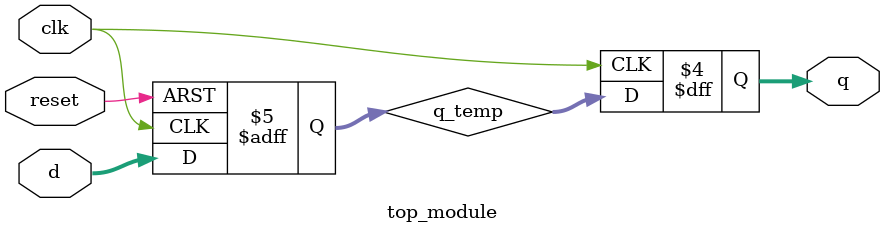
<source format=sv>
module top_module(
	input clk,
	input [7:0] d,
	input reset,
	output reg [7:0] q);

	reg [7:0] q_temp;

	always @(posedge clk or negedge reset) begin
		if (reset == 0)
			q_temp <= 8'h34;
		else
			q_temp <= d;
	end

	always @(negedge clk) begin
		q <= q_temp;
	end

endmodule

</source>
